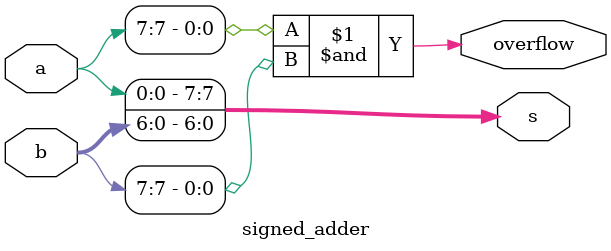
<source format=v>

module signed_adder(input [7:0] a,
    input [7:0] b,
    output [7:0] s,
    output overflow
); 

// The numbers a and b are added to the output s. 
// assign the occurence of the signed overflow of a and b to the output overflow.
// a signed overflow occurs if the most significant bits of a and b are low and the most significant bit of s is high
// a signed overflow may also occur if the most significant bits of a and b are high and the most significant bit of s is low



// if a[7] is high then the most significant bit of a is high and the most significant bit of b is low. 
// if b[7] is high then the most significant bit of b is high and the most significant bit of a is low. 

// if a[7] is high then the most significant bit of a is high and the most significant bit of b is low. 
// if b[7] is high then the most significant bit of b is high and the most significant bit of a is low. 

assign s = {a[6:0], b[6:0]}; // Concatenate the two numbers in the 7-digit output. 
assign overflow = a[7] & b[7]; // Check if the most significant bit of a and b is high. 

endmodule

</source>
